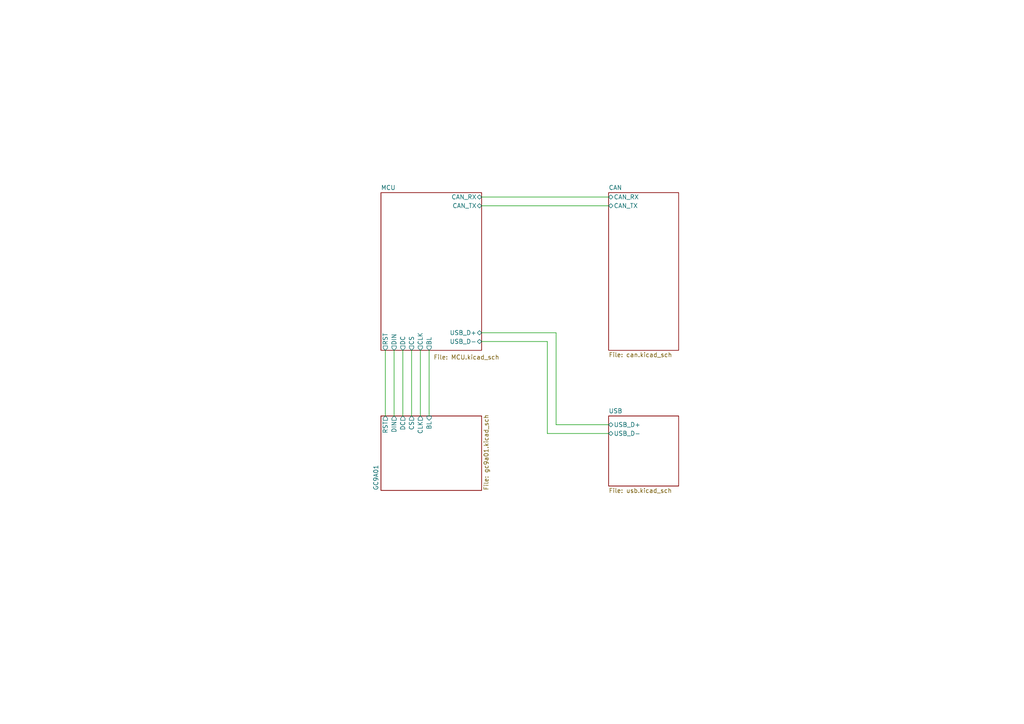
<source format=kicad_sch>
(kicad_sch
	(version 20250114)
	(generator "eeschema")
	(generator_version "9.0")
	(uuid "4ecff8d9-5a60-4ce9-8e7b-5b5857912994")
	(paper "A4")
	(title_block
		(title "DisplayBoard")
		(date "2025-10-21")
		(rev "v1.0")
		(company "DIY - Finn Ganser")
	)
	(lib_symbols)
	(wire
		(pts
			(xy 119.38 101.6) (xy 119.38 120.65)
		)
		(stroke
			(width 0)
			(type default)
		)
		(uuid "15678842-a6e1-49cf-867a-737d39b336a0")
	)
	(wire
		(pts
			(xy 139.7 59.69) (xy 176.53 59.69)
		)
		(stroke
			(width 0)
			(type default)
		)
		(uuid "1e9a78b9-37fa-4525-8f25-4e37b03fe861")
	)
	(wire
		(pts
			(xy 121.92 101.6) (xy 121.92 120.65)
		)
		(stroke
			(width 0)
			(type default)
		)
		(uuid "3e68f8c9-8c92-4f87-9a91-425408667317")
	)
	(wire
		(pts
			(xy 176.53 123.19) (xy 161.29 123.19)
		)
		(stroke
			(width 0)
			(type default)
		)
		(uuid "41597019-7f5c-4228-84f9-97b65d6ff9db")
	)
	(wire
		(pts
			(xy 158.75 125.73) (xy 176.53 125.73)
		)
		(stroke
			(width 0)
			(type default)
		)
		(uuid "4c26a4e6-2e71-4dd7-b3a1-ccc2b1c42e32")
	)
	(wire
		(pts
			(xy 116.84 101.6) (xy 116.84 120.65)
		)
		(stroke
			(width 0)
			(type default)
		)
		(uuid "574424e3-6279-4d36-8f09-103f1c53c321")
	)
	(wire
		(pts
			(xy 124.46 101.6) (xy 124.46 120.65)
		)
		(stroke
			(width 0)
			(type default)
		)
		(uuid "624f3079-76e8-4506-8cec-4d1c7d85ea79")
	)
	(wire
		(pts
			(xy 114.3 101.6) (xy 114.3 120.65)
		)
		(stroke
			(width 0)
			(type default)
		)
		(uuid "708b9c2e-9a2f-49ec-9a4d-68aa8d5765e4")
	)
	(wire
		(pts
			(xy 111.76 101.6) (xy 111.76 120.65)
		)
		(stroke
			(width 0)
			(type default)
		)
		(uuid "7b69c19c-a069-4d2c-a3cb-0fa33cade5e4")
	)
	(wire
		(pts
			(xy 161.29 123.19) (xy 161.29 96.52)
		)
		(stroke
			(width 0)
			(type default)
		)
		(uuid "c2c81613-8ce3-46ca-ba1c-23f585c0fd4b")
	)
	(wire
		(pts
			(xy 139.7 57.15) (xy 176.53 57.15)
		)
		(stroke
			(width 0)
			(type default)
		)
		(uuid "e0bbb1c3-0edb-499b-b182-f4dab8c8cc4b")
	)
	(wire
		(pts
			(xy 161.29 96.52) (xy 139.7 96.52)
		)
		(stroke
			(width 0)
			(type default)
		)
		(uuid "f56723e5-7198-45d5-aea8-1c823defd2c9")
	)
	(wire
		(pts
			(xy 139.7 99.06) (xy 158.75 99.06)
		)
		(stroke
			(width 0)
			(type default)
		)
		(uuid "f8dd45c9-6add-44b9-91bb-107c3813b18d")
	)
	(wire
		(pts
			(xy 158.75 99.06) (xy 158.75 125.73)
		)
		(stroke
			(width 0)
			(type default)
		)
		(uuid "fe8b4482-c209-45bb-9123-74190b2e0b39")
	)
	(sheet
		(at 110.49 120.65)
		(size 29.21 21.59)
		(exclude_from_sim no)
		(in_bom yes)
		(on_board yes)
		(dnp no)
		(fields_autoplaced yes)
		(stroke
			(width 0.1524)
			(type solid)
		)
		(fill
			(color 0 0 0 0.0000)
		)
		(uuid "26a4b9b5-83b9-4d0f-b58b-43e02f8197c2")
		(property "Sheetname" "GC9A01"
			(at 109.7784 142.24 90)
			(effects
				(font
					(size 1.27 1.27)
				)
				(justify left bottom)
			)
		)
		(property "Sheetfile" "gc9a01.kicad_sch"
			(at 140.2846 142.24 90)
			(effects
				(font
					(size 1.27 1.27)
				)
				(justify left top)
			)
		)
		(pin "CLK" output
			(at 121.92 120.65 90)
			(uuid "21d83fe8-caab-4d99-b7fa-c49b3fbeeec7")
			(effects
				(font
					(size 1.27 1.27)
				)
				(justify right)
			)
		)
		(pin "CS" output
			(at 119.38 120.65 90)
			(uuid "527ac7ae-8071-4768-b2bc-aa771f9c6f8e")
			(effects
				(font
					(size 1.27 1.27)
				)
				(justify right)
			)
		)
		(pin "DC" output
			(at 116.84 120.65 90)
			(uuid "d4202a3b-6973-42f8-95ac-2a28fc85d3d1")
			(effects
				(font
					(size 1.27 1.27)
				)
				(justify right)
			)
		)
		(pin "DIN" output
			(at 114.3 120.65 90)
			(uuid "82ffd000-d46b-47ea-bc1f-6045ed6bb5ac")
			(effects
				(font
					(size 1.27 1.27)
				)
				(justify right)
			)
		)
		(pin "RST" output
			(at 111.76 120.65 90)
			(uuid "09b96e49-3364-457a-81e1-6ecde31759b5")
			(effects
				(font
					(size 1.27 1.27)
				)
				(justify right)
			)
		)
		(pin "BL" input
			(at 124.46 120.65 90)
			(uuid "afce4fdf-c114-4b71-86e0-1bea9bff3d9a")
			(effects
				(font
					(size 1.27 1.27)
				)
				(justify right)
			)
		)
		(instances
			(project "DisplayBoard"
				(path "/4ecff8d9-5a60-4ce9-8e7b-5b5857912994"
					(page "3")
				)
			)
		)
	)
	(sheet
		(at 176.53 55.88)
		(size 20.32 45.72)
		(exclude_from_sim no)
		(in_bom yes)
		(on_board yes)
		(dnp no)
		(fields_autoplaced yes)
		(stroke
			(width 0.1524)
			(type solid)
		)
		(fill
			(color 0 0 0 0.0000)
		)
		(uuid "bd2eaf73-193a-4401-9316-a8d0cd78235a")
		(property "Sheetname" "CAN"
			(at 176.53 55.1684 0)
			(effects
				(font
					(size 1.27 1.27)
				)
				(justify left bottom)
			)
		)
		(property "Sheetfile" "can.kicad_sch"
			(at 176.53 102.1846 0)
			(effects
				(font
					(size 1.27 1.27)
				)
				(justify left top)
			)
		)
		(pin "CAN_RX" bidirectional
			(at 176.53 57.15 180)
			(uuid "af9a5b5d-e727-4890-9c2c-153927257d0d")
			(effects
				(font
					(size 1.27 1.27)
				)
				(justify left)
			)
		)
		(pin "CAN_TX" bidirectional
			(at 176.53 59.69 180)
			(uuid "2bb2e36d-854a-45e6-9a6c-2b39f9425224")
			(effects
				(font
					(size 1.27 1.27)
				)
				(justify left)
			)
		)
		(instances
			(project "DisplayBoard"
				(path "/4ecff8d9-5a60-4ce9-8e7b-5b5857912994"
					(page "4")
				)
			)
		)
	)
	(sheet
		(at 110.49 55.88)
		(size 29.21 45.72)
		(exclude_from_sim no)
		(in_bom yes)
		(on_board yes)
		(dnp no)
		(stroke
			(width 0.1524)
			(type solid)
		)
		(fill
			(color 0 0 0 0.0000)
		)
		(uuid "bfca5b9d-e311-4674-b497-b1ca0f8eca79")
		(property "Sheetname" "MCU"
			(at 110.49 55.1684 0)
			(effects
				(font
					(size 1.27 1.27)
				)
				(justify left bottom)
			)
		)
		(property "Sheetfile" "MCU.kicad_sch"
			(at 125.73 102.87 0)
			(effects
				(font
					(size 1.27 1.27)
				)
				(justify left top)
			)
		)
		(pin "USB_D+" bidirectional
			(at 139.7 96.52 0)
			(uuid "0253f0c1-5642-435a-8b1c-2a2dbb781304")
			(effects
				(font
					(size 1.27 1.27)
				)
				(justify right)
			)
		)
		(pin "USB_D-" bidirectional
			(at 139.7 99.06 0)
			(uuid "7b660876-b118-40d0-be87-86c0c2396ae2")
			(effects
				(font
					(size 1.27 1.27)
				)
				(justify right)
			)
		)
		(pin "CAN_RX" bidirectional
			(at 139.7 57.15 0)
			(uuid "80ea0ba1-ccce-4d64-8d70-cd609ae4561d")
			(effects
				(font
					(size 1.27 1.27)
				)
				(justify right)
			)
		)
		(pin "CAN_TX" bidirectional
			(at 139.7 59.69 0)
			(uuid "a65b1769-79df-4ce1-9ffe-b913773be029")
			(effects
				(font
					(size 1.27 1.27)
				)
				(justify right)
			)
		)
		(pin "CLK" output
			(at 121.92 101.6 270)
			(uuid "30539f56-0cb1-424c-9f78-de7a0ef7d509")
			(effects
				(font
					(size 1.27 1.27)
				)
				(justify left)
			)
		)
		(pin "CS" output
			(at 119.38 101.6 270)
			(uuid "b5f547fe-9d08-42f7-ae1a-2948310715e8")
			(effects
				(font
					(size 1.27 1.27)
				)
				(justify left)
			)
		)
		(pin "DC" output
			(at 116.84 101.6 270)
			(uuid "e1bb2eca-79fd-414c-b099-cae15bcba388")
			(effects
				(font
					(size 1.27 1.27)
				)
				(justify left)
			)
		)
		(pin "DIN" output
			(at 114.3 101.6 270)
			(uuid "55b9a5e2-8d43-46c4-8f46-f0d70d0b01bc")
			(effects
				(font
					(size 1.27 1.27)
				)
				(justify left)
			)
		)
		(pin "RST" output
			(at 111.76 101.6 270)
			(uuid "0a3284ed-392a-44f2-9a29-c78e094e57c2")
			(effects
				(font
					(size 1.27 1.27)
				)
				(justify left)
			)
		)
		(pin "BL" output
			(at 124.46 101.6 270)
			(uuid "4ecf7f3c-6edf-46d9-a556-e511b8620dc5")
			(effects
				(font
					(size 1.27 1.27)
				)
				(justify left)
			)
		)
		(instances
			(project "DisplayBoard"
				(path "/4ecff8d9-5a60-4ce9-8e7b-5b5857912994"
					(page "2")
				)
			)
		)
	)
	(sheet
		(at 176.53 120.65)
		(size 20.32 20.32)
		(exclude_from_sim no)
		(in_bom yes)
		(on_board yes)
		(dnp no)
		(fields_autoplaced yes)
		(stroke
			(width 0.1524)
			(type solid)
		)
		(fill
			(color 0 0 0 0.0000)
		)
		(uuid "ce85e6ef-25b3-427e-a673-16c6f008225d")
		(property "Sheetname" "USB"
			(at 176.53 119.9384 0)
			(effects
				(font
					(size 1.27 1.27)
				)
				(justify left bottom)
			)
		)
		(property "Sheetfile" "usb.kicad_sch"
			(at 176.53 141.5546 0)
			(effects
				(font
					(size 1.27 1.27)
				)
				(justify left top)
			)
		)
		(pin "USB_D+" bidirectional
			(at 176.53 123.19 180)
			(uuid "694d08c1-8b28-4801-9e81-3ffd40ad6b17")
			(effects
				(font
					(size 1.27 1.27)
				)
				(justify left)
			)
		)
		(pin "USB_D-" bidirectional
			(at 176.53 125.73 180)
			(uuid "a5dcdc25-8634-499e-af09-10cc9269a13e")
			(effects
				(font
					(size 1.27 1.27)
				)
				(justify left)
			)
		)
		(instances
			(project "DisplayBoard"
				(path "/4ecff8d9-5a60-4ce9-8e7b-5b5857912994"
					(page "5")
				)
			)
		)
	)
	(sheet_instances
		(path "/"
			(page "1")
		)
	)
	(embedded_fonts no)
)

</source>
